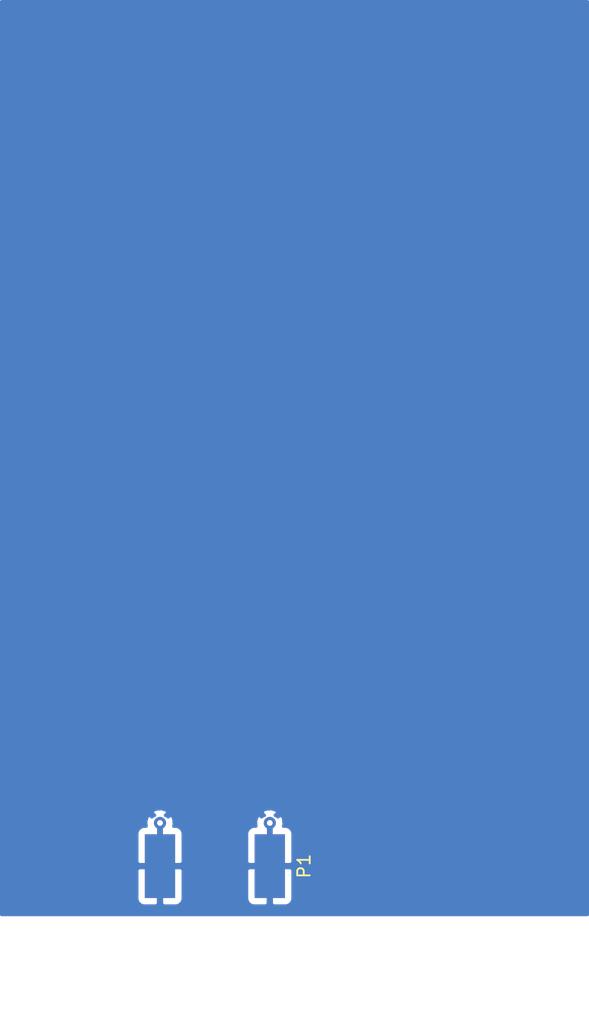
<source format=kicad_pcb>
(kicad_pcb (version 4) (host pcbnew 4.0.5)

  (general
    (links 9)
    (no_connects 4)
    (area 0 0 0 0)
    (thickness 1.5748)
    (drawings 0)
    (tracks 0)
    (zones 0)
    (modules 1)
    (nets 3)
  )

  (page A4)
  (layers
    (0 F.Cu signal)
    (31 B.Cu signal)
    (32 B.Adhes user)
    (33 F.Adhes user)
    (34 B.Paste user)
    (35 F.Paste user)
    (36 B.SilkS user)
    (37 F.SilkS user)
    (38 B.Mask user)
    (39 F.Mask user)
    (40 Dwgs.User user)
    (41 Cmts.User user)
    (42 Eco1.User user)
    (43 Eco2.User user)
    (44 Edge.Cuts user)
    (45 Margin user)
    (46 B.CrtYd user)
    (47 F.CrtYd user)
    (48 B.Fab user)
    (49 F.Fab user)
  )

  (setup
    (last_trace_width 2.54)
    (user_trace_width 0.3556)
    (user_trace_width 2.54)
    (trace_clearance 0.2)
    (zone_clearance 0.508)
    (zone_45_only no)
    (trace_min 0.127)
    (segment_width 0.2)
    (edge_width 0.15)
    (via_size 0.6)
    (via_drill 0.4)
    (via_min_size 0.254)
    (via_min_drill 0.381)
    (uvia_size 0.3)
    (uvia_drill 0.1)
    (uvias_allowed no)
    (uvia_min_size 0.2286)
    (uvia_min_drill 0.0254)
    (pcb_text_width 0.3)
    (pcb_text_size 1.5 1.5)
    (mod_edge_width 0.15)
    (mod_text_size 1 1)
    (mod_text_width 0.15)
    (pad_size 1.524 1.524)
    (pad_drill 0.762)
    (pad_to_mask_clearance 0.2)
    (aux_axis_origin 12.065 12.065)
    (visible_elements 7FFFFFFF)
    (pcbplotparams
      (layerselection 0x000f0_80000001)
      (usegerberextensions false)
      (excludeedgelayer true)
      (linewidth 0.100000)
      (plotframeref false)
      (viasonmask false)
      (mode 1)
      (useauxorigin false)
      (hpglpennumber 1)
      (hpglpenspeed 20)
      (hpglpendiameter 15)
      (hpglpenoverlay 2)
      (psnegative false)
      (psa4output false)
      (plotreference true)
      (plotvalue true)
      (plotinvisibletext false)
      (padsonsilk false)
      (subtractmaskfromsilk false)
      (outputformat 1)
      (mirror false)
      (drillshape 0)
      (scaleselection 1)
      (outputdirectory ""))
  )

  (net 0 "")
  (net 1 /SIG)
  (net 2 GND)

  (net_class Default "This is the default net class."
    (clearance 0.2)
    (trace_width 0.25)
    (via_dia 0.6)
    (via_drill 0.4)
    (uvia_dia 0.3)
    (uvia_drill 0.1)
    (add_net /SIG)
    (add_net GND)
  )

  (module Connectors_Molex:Molex_SMA_Jack_Edge_Mount (layer F.Cu) (tedit 587D2992) (tstamp 58A4CA49)
    (at 128.905 121.92 90)
    (descr "Molex SMA Jack, Edge Mount, http://www.molex.com/pdm_docs/sd/732511150_sd.pdf")
    (tags "sma edge")
    (path /58A4C75B)
    (attr smd)
    (fp_text reference P1 (at -1.72 7.11 90) (layer F.SilkS)
      (effects (font (size 1 1) (thickness 0.15)))
    )
    (fp_text value CONN_01X02 (at -1.72 -7.11 90) (layer F.Fab)
      (effects (font (size 1 1) (thickness 0.15)))
    )
    (fp_line (start -4.76 -0.38) (end 0.49 -0.38) (layer F.Fab) (width 0.1))
    (fp_line (start -4.76 0.38) (end 0.49 0.38) (layer F.Fab) (width 0.1))
    (fp_line (start 0.49 -0.38) (end 0.49 0.38) (layer F.Fab) (width 0.1))
    (fp_line (start 0.49 3.75) (end 0.49 4.76) (layer F.Fab) (width 0.1))
    (fp_line (start 0.49 -4.76) (end 0.49 -3.75) (layer F.Fab) (width 0.1))
    (fp_line (start -14.29 -6.09) (end -14.29 6.09) (layer F.CrtYd) (width 0.05))
    (fp_line (start -14.29 6.09) (end 2.71 6.09) (layer F.CrtYd) (width 0.05))
    (fp_line (start 2.71 -6.09) (end 2.71 6.09) (layer B.CrtYd) (width 0.05))
    (fp_line (start -14.29 -6.09) (end 2.71 -6.09) (layer B.CrtYd) (width 0.05))
    (fp_line (start -14.29 -6.09) (end -14.29 6.09) (layer B.CrtYd) (width 0.05))
    (fp_line (start -14.29 6.09) (end 2.71 6.09) (layer B.CrtYd) (width 0.05))
    (fp_line (start 2.71 -6.09) (end 2.71 6.09) (layer F.CrtYd) (width 0.05))
    (fp_line (start 2.71 -6.09) (end -14.29 -6.09) (layer F.CrtYd) (width 0.05))
    (fp_line (start -4.76 -3.75) (end 0.49 -3.75) (layer F.Fab) (width 0.1))
    (fp_line (start -4.76 3.75) (end 0.49 3.75) (layer F.Fab) (width 0.1))
    (fp_line (start -13.79 -2.65) (end -5.91 -2.65) (layer F.Fab) (width 0.1))
    (fp_line (start -13.79 -2.65) (end -13.79 2.65) (layer F.Fab) (width 0.1))
    (fp_line (start -13.79 2.65) (end -5.91 2.65) (layer F.Fab) (width 0.1))
    (fp_line (start -4.76 -3.75) (end -4.76 3.75) (layer F.Fab) (width 0.1))
    (fp_line (start 0.49 -4.76) (end -5.91 -4.76) (layer F.Fab) (width 0.1))
    (fp_line (start -5.91 -4.76) (end -5.91 4.76) (layer F.Fab) (width 0.1))
    (fp_line (start -5.91 4.76) (end 0.49 4.76) (layer F.Fab) (width 0.1))
    (pad 1 smd rect (at -1.72 0 90) (size 5.08 2.29) (layers F.Cu F.Paste F.Mask)
      (net 1 /SIG))
    (pad 2 smd rect (at -1.72 -4.38 90) (size 5.08 2.42) (layers F.Cu F.Paste F.Mask)
      (net 2 GND))
    (pad 2 smd rect (at -1.72 4.38 90) (size 5.08 2.42) (layers F.Cu F.Paste F.Mask)
      (net 2 GND))
    (pad 2 smd rect (at -1.72 -4.38 90) (size 5.08 2.42) (layers B.Cu B.Paste B.Mask)
      (net 2 GND))
    (pad 2 smd rect (at -1.72 4.38 90) (size 5.08 2.42) (layers B.Cu B.Paste B.Mask)
      (net 2 GND))
    (pad 2 thru_hole circle (at 1.72 -4.38 90) (size 0.97 0.97) (drill 0.46) (layers *.Cu)
      (net 2 GND))
    (pad 2 thru_hole circle (at 1.72 4.38 90) (size 0.97 0.97) (drill 0.46) (layers *.Cu)
      (net 2 GND))
    (pad 2 smd rect (at 1.27 -4.38 90) (size 0.89 0.46) (layers F.Cu)
      (net 2 GND))
    (pad 2 smd rect (at 1.27 4.38 90) (size 0.89 0.46) (layers F.Cu)
      (net 2 GND))
    (pad 2 smd rect (at 1.27 -4.38 90) (size 0.89 0.46) (layers B.Cu)
      (net 2 GND))
    (pad 2 smd rect (at 1.27 4.38 90) (size 0.89 0.46) (layers B.Cu)
      (net 2 GND))
  )

  (zone (net 2) (net_name GND) (layer B.Cu) (tstamp 58A4D3ED) (hatch full 0.508)
    (connect_pads (clearance 0.508))
    (min_thickness 0.254)
    (fill yes (arc_segments 16) (thermal_gap 0.508) (thermal_bridge_width 0.508))
    (polygon
      (pts
        (xy 158.75 127.635) (xy 111.76 127.635) (xy 111.76 54.61) (xy 158.75 54.61)
      )
    )
    (filled_polygon
      (pts
        (xy 158.623 127.508) (xy 111.887 127.508) (xy 111.887 123.92575) (xy 122.68 123.92575) (xy 122.68 126.306309)
        (xy 122.776673 126.539698) (xy 122.955301 126.718327) (xy 123.18869 126.815) (xy 124.23925 126.815) (xy 124.398 126.65625)
        (xy 124.398 123.767) (xy 124.652 123.767) (xy 124.652 126.65625) (xy 124.81075 126.815) (xy 125.86131 126.815)
        (xy 126.094699 126.718327) (xy 126.273327 126.539698) (xy 126.37 126.306309) (xy 126.37 123.92575) (xy 131.44 123.92575)
        (xy 131.44 126.306309) (xy 131.536673 126.539698) (xy 131.715301 126.718327) (xy 131.94869 126.815) (xy 132.99925 126.815)
        (xy 133.158 126.65625) (xy 133.158 123.767) (xy 133.412 123.767) (xy 133.412 126.65625) (xy 133.57075 126.815)
        (xy 134.62131 126.815) (xy 134.854699 126.718327) (xy 135.033327 126.539698) (xy 135.13 126.306309) (xy 135.13 123.92575)
        (xy 134.97125 123.767) (xy 133.412 123.767) (xy 133.158 123.767) (xy 131.59875 123.767) (xy 131.44 123.92575)
        (xy 126.37 123.92575) (xy 126.21125 123.767) (xy 124.652 123.767) (xy 124.398 123.767) (xy 122.83875 123.767)
        (xy 122.68 123.92575) (xy 111.887 123.92575) (xy 111.887 120.973691) (xy 122.68 120.973691) (xy 122.68 123.35425)
        (xy 122.83875 123.513) (xy 124.398 123.513) (xy 124.398 123.493) (xy 124.652 123.493) (xy 124.652 123.513)
        (xy 126.21125 123.513) (xy 126.37 123.35425) (xy 126.37 120.973691) (xy 131.44 120.973691) (xy 131.44 123.35425)
        (xy 131.59875 123.513) (xy 133.158 123.513) (xy 133.158 123.493) (xy 133.412 123.493) (xy 133.412 123.513)
        (xy 134.97125 123.513) (xy 135.13 123.35425) (xy 135.13 120.973691) (xy 135.033327 120.740302) (xy 134.854699 120.561673)
        (xy 134.62131 120.465) (xy 134.377129 120.465) (xy 134.418149 120.341436) (xy 134.386018 119.897032) (xy 134.277768 119.635692)
        (xy 134.0642 119.600405) (xy 133.936315 119.72829) (xy 133.874699 119.666673) (xy 133.707838 119.597557) (xy 133.884595 119.4208)
        (xy 133.849308 119.207232) (xy 133.426436 119.066851) (xy 132.982032 119.098982) (xy 132.720692 119.207232) (xy 132.685405 119.4208)
        (xy 132.862162 119.597557) (xy 132.695301 119.666673) (xy 132.633685 119.72829) (xy 132.5058 119.600405) (xy 132.292232 119.635692)
        (xy 132.151851 120.058564) (xy 132.181237 120.465) (xy 131.94869 120.465) (xy 131.715301 120.561673) (xy 131.536673 120.740302)
        (xy 131.44 120.973691) (xy 126.37 120.973691) (xy 126.273327 120.740302) (xy 126.094699 120.561673) (xy 125.86131 120.465)
        (xy 125.617129 120.465) (xy 125.658149 120.341436) (xy 125.626018 119.897032) (xy 125.517768 119.635692) (xy 125.3042 119.600405)
        (xy 125.176315 119.72829) (xy 125.114699 119.666673) (xy 124.947838 119.597557) (xy 125.124595 119.4208) (xy 125.089308 119.207232)
        (xy 124.666436 119.066851) (xy 124.222032 119.098982) (xy 123.960692 119.207232) (xy 123.925405 119.4208) (xy 124.102162 119.597557)
        (xy 123.935301 119.666673) (xy 123.873685 119.72829) (xy 123.7458 119.600405) (xy 123.532232 119.635692) (xy 123.391851 120.058564)
        (xy 123.421237 120.465) (xy 123.18869 120.465) (xy 122.955301 120.561673) (xy 122.776673 120.740302) (xy 122.68 120.973691)
        (xy 111.887 120.973691) (xy 111.887 54.737) (xy 158.623 54.737)
      )
    )
  )
  (zone (net 1) (net_name /SIG) (layer F.Cu) (tstamp 58A4CA7F) (hatch full 0.508)
    (priority 1)
    (connect_pads yes (clearance 0.508))
    (min_thickness 0.254)
    (fill yes (arc_segments 16) (thermal_gap 0.508) (thermal_bridge_width 0.508))
    (polygon
      (pts
        (xy 154.305 59.055) (xy 154.305 92.075) (xy 130.175 92.075) (xy 130.175 126.365) (xy 127.635 126.365)
        (xy 127.635 92.075) (xy 116.205 92.075) (xy 116.205 59.055)
      )
    )
    (filled_polygon
      (pts
        (xy 154.178 91.948) (xy 130.175 91.948) (xy 130.12559 91.958006) (xy 130.083965 91.986447) (xy 130.056685 92.028841)
        (xy 130.048 92.075) (xy 130.048 126.238) (xy 127.762 126.238) (xy 127.762 92.075) (xy 127.751994 92.02559)
        (xy 127.723553 91.983965) (xy 127.681159 91.956685) (xy 127.635 91.948) (xy 116.332 91.948) (xy 116.332 59.182)
        (xy 154.178 59.182)
      )
    )
  )
)

</source>
